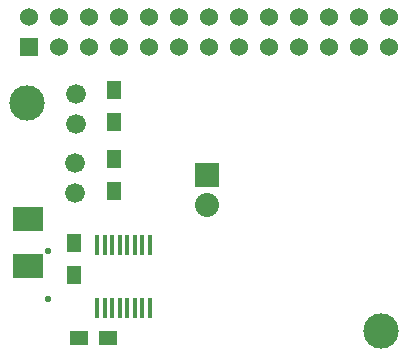
<source format=gbr>
G04 #@! TF.FileFunction,Soldermask,Top*
%FSLAX46Y46*%
G04 Gerber Fmt 4.6, Leading zero omitted, Abs format (unit mm)*
G04 Created by KiCad (PCBNEW 4.0.1-stable) date 7/13/2016 11:34:53 AM*
%MOMM*%
G01*
G04 APERTURE LIST*
%ADD10C,0.150000*%
%ADD11R,1.500000X1.250000*%
%ADD12R,2.500000X2.000000*%
%ADD13C,3.000000*%
%ADD14R,0.406400X1.651000*%
%ADD15R,1.524000X1.524000*%
%ADD16C,1.524000*%
%ADD17C,1.676400*%
%ADD18R,1.300000X1.500000*%
%ADD19R,2.032000X2.032000*%
%ADD20O,2.032000X2.032000*%
%ADD21C,0.550000*%
G04 APERTURE END LIST*
D10*
D11*
X8616000Y-29083000D03*
X6116000Y-29083000D03*
D12*
X1800000Y-23000000D03*
X1800000Y-19000000D03*
D13*
X1778000Y-9144000D03*
X31750000Y-28448000D03*
D14*
X10223500Y-21209000D03*
X9588500Y-21209000D03*
X8953500Y-21209000D03*
X8318500Y-21209000D03*
X12128500Y-26543000D03*
X12128500Y-21209000D03*
X11493500Y-21209000D03*
X10858500Y-21209000D03*
X7683500Y-26543000D03*
X8318500Y-26543000D03*
X8953500Y-26543000D03*
X9588500Y-26543000D03*
X10223500Y-26543000D03*
X10858500Y-26543000D03*
X7683500Y-21209000D03*
X11493500Y-26543000D03*
D15*
X1905000Y-4445000D03*
D16*
X1905000Y-1905000D03*
X4445000Y-4445000D03*
X4445000Y-1905000D03*
X6985000Y-4445000D03*
X6985000Y-1905000D03*
X9525000Y-4445000D03*
X9525000Y-1905000D03*
X12065000Y-4445000D03*
X12065000Y-1905000D03*
X14605000Y-4445000D03*
X14605000Y-1905000D03*
X17145000Y-4445000D03*
X17145000Y-1905000D03*
X19685000Y-4445000D03*
X19685000Y-1905000D03*
X22225000Y-4445000D03*
X22225000Y-1905000D03*
X24765000Y-4445000D03*
X24765000Y-1905000D03*
X27305000Y-4445000D03*
X27305000Y-1905000D03*
X29845000Y-4445000D03*
X29845000Y-1905000D03*
X32385000Y-4445000D03*
X32385000Y-1905000D03*
D17*
X5842000Y-14224000D03*
X5842000Y-16764000D03*
X5880000Y-8380000D03*
X5880000Y-10920000D03*
D18*
X5760000Y-23690000D03*
X5760000Y-20990000D03*
X9144000Y-16590000D03*
X9144000Y-13890000D03*
X9144000Y-10748000D03*
X9144000Y-8048000D03*
D19*
X17018000Y-15240000D03*
D20*
X17018000Y-17780000D03*
D21*
X3475000Y-25730000D03*
X3475000Y-21730000D03*
M02*

</source>
